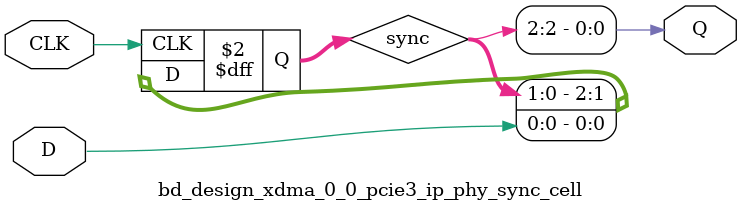
<source format=v>





`timescale 1ps / 1ps



//-------------------------------------------------------------------------------------------------
//  Synchronizer Library Module
//-------------------------------------------------------------------------------------------------
module bd_design_xdma_0_0_pcie3_ip_phy_sync_cell #
(
    parameter integer STAGE = 2
)
(
    //-------------------------------------------------------------------------- 
    //  Input Ports
    //-------------------------------------------------------------------------- 
    input                               CLK,
    input                               D,
    
    //-------------------------------------------------------------------------- 
    //  Output Ports
    //-------------------------------------------------------------------------- 
    output                              Q
);

    //-------------------------------------------------------------------------- 
    //  Synchronized Signals
    //--------------------------------------------------------------------------  
    (* KEEP = "TRUE", ASYNC_REG = "TRUE", SHIFT_EXTRACT = "NO" *) reg [STAGE:0] sync;                                                            



//--------------------------------------------------------------------------------------------------
//  Synchronizier
//--------------------------------------------------------------------------------------------------
always @ (posedge CLK)
begin

    sync <= {sync[(STAGE-1):0], D};
            
end   



//--------------------------------------------------------------------------------------------------
//  Generate Output
//--------------------------------------------------------------------------------------------------
assign Q = sync[STAGE];


endmodule


</source>
